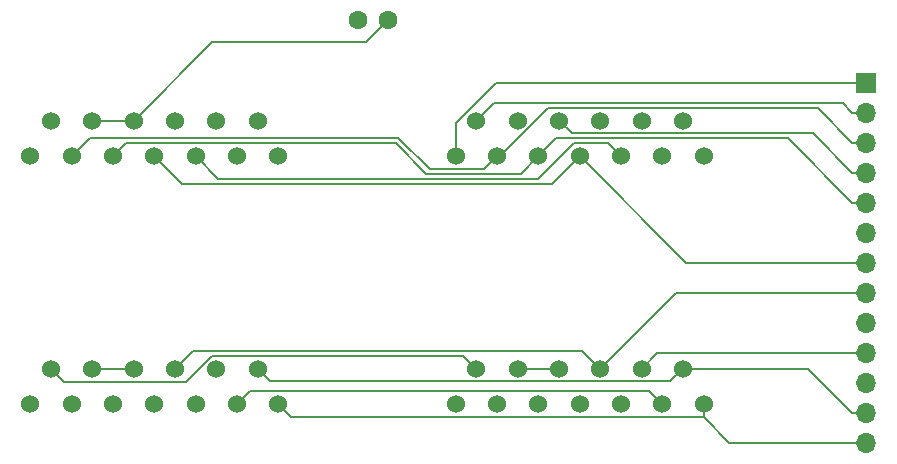
<source format=gbr>
%TF.GenerationSoftware,KiCad,Pcbnew,8.0.3*%
%TF.CreationDate,2024-06-19T11:52:11-04:00*%
%TF.ProjectId,SioHub,53696f48-7562-42e6-9b69-6361645f7063,rev?*%
%TF.SameCoordinates,Original*%
%TF.FileFunction,Copper,L1,Top*%
%TF.FilePolarity,Positive*%
%FSLAX46Y46*%
G04 Gerber Fmt 4.6, Leading zero omitted, Abs format (unit mm)*
G04 Created by KiCad (PCBNEW 8.0.3) date 2024-06-19 11:52:11*
%MOMM*%
%LPD*%
G01*
G04 APERTURE LIST*
%TA.AperFunction,ComponentPad*%
%ADD10C,1.524000*%
%TD*%
%TA.AperFunction,ComponentPad*%
%ADD11C,1.600000*%
%TD*%
%TA.AperFunction,ComponentPad*%
%ADD12R,1.700000X1.700000*%
%TD*%
%TA.AperFunction,ComponentPad*%
%ADD13O,1.700000X1.700000*%
%TD*%
%TA.AperFunction,Conductor*%
%ADD14C,0.200000*%
%TD*%
G04 APERTURE END LIST*
D10*
%TO.P,SIO1,1,Clock_Input*%
%TO.N,CLKIN*%
X127250000Y-65500000D03*
%TO.P,SIO1,2,Clock_Output*%
%TO.N,CLKOUT*%
X129000000Y-62500000D03*
%TO.P,SIO1,3,Data_Input*%
%TO.N,DIN*%
X130750000Y-65500000D03*
%TO.P,SIO1,4,Ground*%
%TO.N,GND*%
X132500000Y-62500000D03*
%TO.P,SIO1,5,Data_Output*%
%TO.N,DOUT*%
X134250000Y-65500000D03*
%TO.P,SIO1,6,Ground*%
%TO.N,GND*%
X136000000Y-62500000D03*
%TO.P,SIO1,7,Command*%
%TO.N,CMD*%
X137750000Y-65500000D03*
%TO.P,SIO1,8,Motor_Control*%
%TO.N,MOTOR*%
X139500000Y-62500000D03*
%TO.P,SIO1,9,Proceed*%
%TO.N,PROC*%
X141250000Y-65500000D03*
%TO.P,SIO1,10,+5V/Ready*%
%TO.N,5V*%
X143000000Y-62500000D03*
%TO.P,SIO1,11,Audio_Input*%
%TO.N,AUDIN*%
X144750000Y-65500000D03*
%TO.P,SIO1,12,+12V*%
%TO.N,12V*%
X146500000Y-62500000D03*
%TO.P,SIO1,13,Interrupt*%
%TO.N,INT*%
X148250000Y-65500000D03*
%TD*%
%TO.P,SIO2,1,Clock_Input*%
%TO.N,CLKIN*%
X91250000Y-86500000D03*
%TO.P,SIO2,2,Clock_Output*%
%TO.N,CLKOUT*%
X93000000Y-83500000D03*
%TO.P,SIO2,3,Data_Input*%
%TO.N,DIN*%
X94750000Y-86500000D03*
%TO.P,SIO2,4,Ground*%
%TO.N,GND*%
X96500000Y-83500000D03*
%TO.P,SIO2,5,Data_Output*%
%TO.N,DOUT*%
X98250000Y-86500000D03*
%TO.P,SIO2,6,Ground*%
%TO.N,GND*%
X100000000Y-83500000D03*
%TO.P,SIO2,7,Command*%
%TO.N,CMD*%
X101750000Y-86500000D03*
%TO.P,SIO2,8,Motor_Control*%
%TO.N,MOTOR*%
X103500000Y-83500000D03*
%TO.P,SIO2,9,Proceed*%
%TO.N,PROC*%
X105250000Y-86500000D03*
%TO.P,SIO2,10,+5V/Ready*%
%TO.N,5V*%
X107000000Y-83500000D03*
%TO.P,SIO2,11,Audio_Input*%
%TO.N,AUDIN*%
X108750000Y-86500000D03*
%TO.P,SIO2,12,+12V*%
%TO.N,12V*%
X110500000Y-83500000D03*
%TO.P,SIO2,13,Interrupt*%
%TO.N,INT*%
X112250000Y-86500000D03*
%TD*%
D11*
%TO.P,C1,1*%
%TO.N,5V*%
X118987800Y-53992200D03*
%TO.P,C1,2*%
%TO.N,GND*%
X121487800Y-53992200D03*
%TD*%
D12*
%TO.P,SIO4,1,Pin_1*%
%TO.N,CLKIN*%
X162000000Y-59300000D03*
D13*
%TO.P,SIO4,2,Pin_2*%
%TO.N,CLKOUT*%
X162000000Y-61840000D03*
%TO.P,SIO4,3,Pin_3*%
%TO.N,DIN*%
X162000000Y-64380000D03*
%TO.P,SIO4,4,Pin_4*%
%TO.N,GND*%
X162000000Y-66920000D03*
%TO.P,SIO4,5,Pin_5*%
%TO.N,DOUT*%
X162000000Y-69460000D03*
%TO.P,SIO4,6,Pin_6*%
%TO.N,GND*%
X162000000Y-72000000D03*
%TO.P,SIO4,7,Pin_7*%
%TO.N,CMD*%
X162000000Y-74540000D03*
%TO.P,SIO4,8,Pin_8*%
%TO.N,MOTOR*%
X162000000Y-77080000D03*
%TO.P,SIO4,9,Pin_9*%
%TO.N,PROC*%
X162000000Y-79620000D03*
%TO.P,SIO4,10,Pin_10*%
%TO.N,5V*%
X162000000Y-82160000D03*
%TO.P,SIO4,11,Pin_11*%
%TO.N,AUDIN*%
X162000000Y-84700000D03*
%TO.P,SIO4,12,Pin_12*%
%TO.N,12V*%
X162000000Y-87240000D03*
%TO.P,SIO4,13,Pin_13*%
%TO.N,INT*%
X162000000Y-89780000D03*
%TD*%
D10*
%TO.P,SIO0,1,Clock_Input*%
%TO.N,CLKIN*%
X91250000Y-65500000D03*
%TO.P,SIO0,2,Clock_Output*%
%TO.N,CLKOUT*%
X93000000Y-62500000D03*
%TO.P,SIO0,3,Data_Input*%
%TO.N,DIN*%
X94750000Y-65500000D03*
%TO.P,SIO0,4,Ground*%
%TO.N,GND*%
X96500000Y-62500000D03*
%TO.P,SIO0,5,Data_Output*%
%TO.N,DOUT*%
X98250000Y-65500000D03*
%TO.P,SIO0,6,Ground*%
%TO.N,GND*%
X100000000Y-62500000D03*
%TO.P,SIO0,7,Command*%
%TO.N,CMD*%
X101750000Y-65500000D03*
%TO.P,SIO0,8,Motor_Control*%
%TO.N,MOTOR*%
X103500000Y-62500000D03*
%TO.P,SIO0,9,Proceed*%
%TO.N,PROC*%
X105250000Y-65500000D03*
%TO.P,SIO0,10,+5V/Ready*%
%TO.N,5V*%
X107000000Y-62500000D03*
%TO.P,SIO0,11,Audio_Input*%
%TO.N,AUDIN*%
X108750000Y-65500000D03*
%TO.P,SIO0,12,+12V*%
%TO.N,12V*%
X110500000Y-62500000D03*
%TO.P,SIO0,13,Interrupt*%
%TO.N,INT*%
X112250000Y-65500000D03*
%TD*%
%TO.P,SIO3,1,Clock_Input*%
%TO.N,CLKIN*%
X127250000Y-86500000D03*
%TO.P,SIO3,2,Clock_Output*%
%TO.N,CLKOUT*%
X129000000Y-83500000D03*
%TO.P,SIO3,3,Data_Input*%
%TO.N,DIN*%
X130750000Y-86500000D03*
%TO.P,SIO3,4,Ground*%
%TO.N,GND*%
X132500000Y-83500000D03*
%TO.P,SIO3,5,Data_Output*%
%TO.N,DOUT*%
X134250000Y-86500000D03*
%TO.P,SIO3,6,Ground*%
%TO.N,GND*%
X136000000Y-83500000D03*
%TO.P,SIO3,7,Command*%
%TO.N,CMD*%
X137750000Y-86500000D03*
%TO.P,SIO3,8,Motor_Control*%
%TO.N,MOTOR*%
X139500000Y-83500000D03*
%TO.P,SIO3,9,Proceed*%
%TO.N,PROC*%
X141250000Y-86500000D03*
%TO.P,SIO3,10,+5V/Ready*%
%TO.N,5V*%
X143000000Y-83500000D03*
%TO.P,SIO3,11,Audio_Input*%
%TO.N,AUDIN*%
X144750000Y-86500000D03*
%TO.P,SIO3,12,+12V*%
%TO.N,12V*%
X146500000Y-83500000D03*
%TO.P,SIO3,13,Interrupt*%
%TO.N,INT*%
X148250000Y-86500000D03*
%TD*%
D14*
%TO.N,12V*%
X162000000Y-87240000D02*
X160848300Y-87240000D01*
X157108300Y-83500000D02*
X146500000Y-83500000D01*
X160848300Y-87240000D02*
X157108300Y-83500000D01*
X111571900Y-84571900D02*
X110500000Y-83500000D01*
X145428100Y-84571900D02*
X111571900Y-84571900D01*
X146500000Y-83500000D02*
X145428100Y-84571900D01*
%TO.N,5V*%
X144340000Y-82160000D02*
X143000000Y-83500000D01*
X162000000Y-82160000D02*
X144340000Y-82160000D01*
%TO.N,CMD*%
X146790000Y-74540000D02*
X137750000Y-65500000D01*
X162000000Y-74540000D02*
X146790000Y-74540000D01*
X135428600Y-67821400D02*
X137750000Y-65500000D01*
X104071400Y-67821400D02*
X135428600Y-67821400D01*
X101750000Y-65500000D02*
X104071400Y-67821400D01*
%TO.N,DIN*%
X162000000Y-64380000D02*
X160848300Y-64380000D01*
X131004400Y-65500000D02*
X130750000Y-65500000D01*
X135069400Y-61435000D02*
X131004400Y-65500000D01*
X157903300Y-61435000D02*
X135069400Y-61435000D01*
X160848300Y-64380000D02*
X157903300Y-61435000D01*
X96322700Y-63927300D02*
X94750000Y-65500000D01*
X122399500Y-63927300D02*
X96322700Y-63927300D01*
X125053000Y-66580800D02*
X122399500Y-63927300D01*
X129669200Y-66580800D02*
X125053000Y-66580800D01*
X130750000Y-65500000D02*
X129669200Y-66580800D01*
%TO.N,INT*%
X162000000Y-89780000D02*
X160848300Y-89780000D01*
X113350200Y-87600200D02*
X112250000Y-86500000D01*
X148250000Y-87600200D02*
X113350200Y-87600200D01*
X148250000Y-86500000D02*
X148250000Y-87600200D01*
X150429800Y-89780000D02*
X160848300Y-89780000D01*
X148250000Y-87600200D02*
X150429800Y-89780000D01*
%TO.N,PROC*%
X107160500Y-67410500D02*
X105250000Y-65500000D01*
X134247200Y-67410500D02*
X107160500Y-67410500D01*
X137235400Y-64422300D02*
X134247200Y-67410500D01*
X140172300Y-64422300D02*
X137235400Y-64422300D01*
X141250000Y-65500000D02*
X140172300Y-64422300D01*
%TO.N,AUDIN*%
X109843100Y-85406900D02*
X108750000Y-86500000D01*
X143656900Y-85406900D02*
X109843100Y-85406900D01*
X144750000Y-86500000D02*
X143656900Y-85406900D01*
%TO.N,MOTOR*%
X145920000Y-77080000D02*
X139500000Y-83500000D01*
X162000000Y-77080000D02*
X145920000Y-77080000D01*
X105029800Y-81970200D02*
X103500000Y-83500000D01*
X137970200Y-81970200D02*
X105029800Y-81970200D01*
X139500000Y-83500000D02*
X137970200Y-81970200D01*
%TO.N,DOUT*%
X162000000Y-69460000D02*
X160848300Y-69460000D01*
X99327600Y-64422400D02*
X98250000Y-65500000D01*
X122185200Y-64422400D02*
X99327600Y-64422400D01*
X124762400Y-66999600D02*
X122185200Y-64422400D01*
X132750400Y-66999600D02*
X124762400Y-66999600D01*
X134250000Y-65500000D02*
X132750400Y-66999600D01*
X155393600Y-64005300D02*
X160848300Y-69460000D01*
X135744700Y-64005300D02*
X155393600Y-64005300D01*
X134250000Y-65500000D02*
X135744700Y-64005300D01*
%TO.N,CLKOUT*%
X130473100Y-61026900D02*
X129000000Y-62500000D01*
X160035200Y-61026900D02*
X130473100Y-61026900D01*
X160848300Y-61840000D02*
X160035200Y-61026900D01*
X162000000Y-61840000D02*
X160848300Y-61840000D01*
X94100000Y-84600000D02*
X93000000Y-83500000D01*
X104393600Y-84600000D02*
X94100000Y-84600000D01*
X106596300Y-82397300D02*
X104393600Y-84600000D01*
X127897300Y-82397300D02*
X106596300Y-82397300D01*
X129000000Y-83500000D02*
X127897300Y-82397300D01*
%TO.N,CLKIN*%
X127250000Y-62727200D02*
X127250000Y-65500000D01*
X130677200Y-59300000D02*
X127250000Y-62727200D01*
X162000000Y-59300000D02*
X130677200Y-59300000D01*
%TO.N,GND*%
X136000000Y-83500000D02*
X132500000Y-83500000D01*
X100000000Y-83500000D02*
X96500000Y-83500000D01*
X96500000Y-62500000D02*
X100000000Y-62500000D01*
X119647700Y-55832300D02*
X121487800Y-53992200D01*
X106667700Y-55832300D02*
X119647700Y-55832300D01*
X100000000Y-62500000D02*
X106667700Y-55832300D01*
X137083600Y-63583600D02*
X136000000Y-62500000D01*
X157511900Y-63583600D02*
X137083600Y-63583600D01*
X160848300Y-66920000D02*
X157511900Y-63583600D01*
X162000000Y-66920000D02*
X160848300Y-66920000D01*
%TD*%
M02*

</source>
